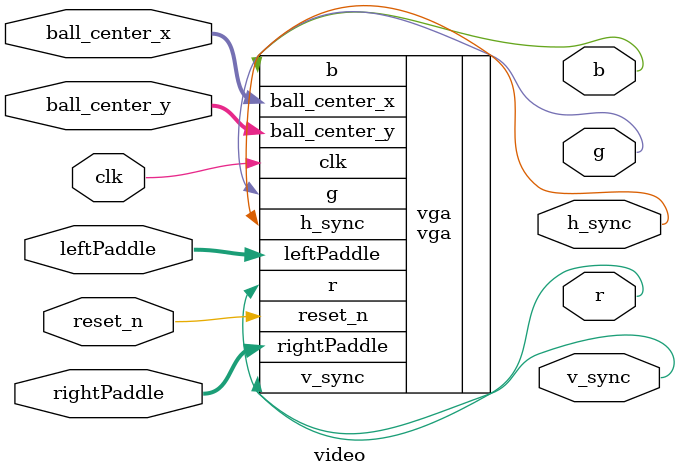
<source format=v>
`timescale 1ns / 1ps

module video(
    input wire clk,
    input wire reset_n,

    //VGA timing and picture
    output wire h_sync,
    output wire v_sync,
    output wire r,
    output wire g,
    output wire b,
    
    input wire [9:0] leftPaddle,
    input wire [9:0] rightPaddle,
    
    input wire [9:0] ball_center_x,
    input wire [9:0] ball_center_y
    );
    
vga vga(
    .clk(clk),
    .reset_n(reset_n),

    //VGA timing and picture
    .h_sync(h_sync),
    .v_sync(v_sync),
    .r(r),
    .g(g),
    .b(b),
    
    .leftPaddle(leftPaddle),
    .rightPaddle(rightPaddle),
    
    .ball_center_x(ball_center_x),
    .ball_center_y(ball_center_y)
    );
    
endmodule
</source>
